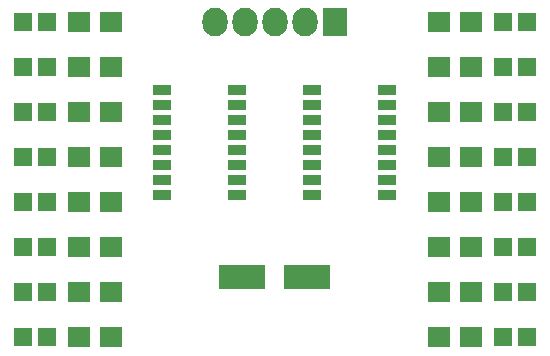
<source format=gbr>
G04 #@! TF.FileFunction,Soldermask,Top*
%FSLAX46Y46*%
G04 Gerber Fmt 4.6, Leading zero omitted, Abs format (unit mm)*
G04 Created by KiCad (PCBNEW 4.0.1-stable) date 2016 January 27, Wednesday 21:53:49*
%MOMM*%
G01*
G04 APERTURE LIST*
%ADD10C,0.100000*%
%ADD11R,3.999180X2.000200*%
%ADD12R,1.598880X1.598880*%
%ADD13R,2.127200X2.432000*%
%ADD14O,2.127200X2.432000*%
%ADD15R,1.900000X1.700000*%
%ADD16R,1.543000X0.908000*%
G04 APERTURE END LIST*
D10*
D11*
X114510820Y-72390000D03*
X109009180Y-72390000D03*
D12*
X92489020Y-50800000D03*
X90390980Y-50800000D03*
X92489020Y-54610000D03*
X90390980Y-54610000D03*
X92489020Y-58420000D03*
X90390980Y-58420000D03*
X92489020Y-62230000D03*
X90390980Y-62230000D03*
X92489020Y-66040000D03*
X90390980Y-66040000D03*
X92489020Y-69850000D03*
X90390980Y-69850000D03*
X92489020Y-73660000D03*
X90390980Y-73660000D03*
X92489020Y-77470000D03*
X90390980Y-77470000D03*
X131030980Y-77470000D03*
X133129020Y-77470000D03*
X131030980Y-73660000D03*
X133129020Y-73660000D03*
X131030980Y-69850000D03*
X133129020Y-69850000D03*
X131030980Y-66040000D03*
X133129020Y-66040000D03*
X131030980Y-62230000D03*
X133129020Y-62230000D03*
X131030980Y-58420000D03*
X133129020Y-58420000D03*
X131030980Y-54610000D03*
X133129020Y-54610000D03*
X131030980Y-50800000D03*
X133129020Y-50800000D03*
D13*
X116840000Y-50800000D03*
D14*
X114300000Y-50800000D03*
X111760000Y-50800000D03*
X109220000Y-50800000D03*
X106680000Y-50800000D03*
D15*
X95170000Y-50800000D03*
X97870000Y-50800000D03*
X95170000Y-54610000D03*
X97870000Y-54610000D03*
X95170000Y-58420000D03*
X97870000Y-58420000D03*
X95170000Y-62230000D03*
X97870000Y-62230000D03*
X95170000Y-66040000D03*
X97870000Y-66040000D03*
X95170000Y-69850000D03*
X97870000Y-69850000D03*
X95170000Y-73660000D03*
X97870000Y-73660000D03*
X95170000Y-77470000D03*
X97870000Y-77470000D03*
X128350000Y-77470000D03*
X125650000Y-77470000D03*
X128350000Y-73660000D03*
X125650000Y-73660000D03*
X128350000Y-69850000D03*
X125650000Y-69850000D03*
X128350000Y-66040000D03*
X125650000Y-66040000D03*
X128350000Y-62230000D03*
X125650000Y-62230000D03*
X128350000Y-58420000D03*
X125650000Y-58420000D03*
X128350000Y-54610000D03*
X125650000Y-54610000D03*
X128350000Y-50800000D03*
X125650000Y-50800000D03*
D16*
X108585000Y-56515000D03*
X108585000Y-59055000D03*
X108585000Y-60325000D03*
X108585000Y-61595000D03*
X108585000Y-62865000D03*
X108585000Y-64135000D03*
X108585000Y-65405000D03*
X102235000Y-65405000D03*
X102235000Y-64135000D03*
X102235000Y-62865000D03*
X102235000Y-61595000D03*
X102235000Y-60325000D03*
X102235000Y-59055000D03*
X102235000Y-57785000D03*
X102235000Y-56515000D03*
X108585000Y-57785000D03*
X114935000Y-65405000D03*
X114935000Y-62865000D03*
X114935000Y-61595000D03*
X114935000Y-60325000D03*
X114935000Y-59055000D03*
X114935000Y-57785000D03*
X114935000Y-56515000D03*
X121285000Y-56515000D03*
X121285000Y-57785000D03*
X121285000Y-59055000D03*
X121285000Y-60325000D03*
X121285000Y-61595000D03*
X121285000Y-62865000D03*
X121285000Y-64135000D03*
X121285000Y-65405000D03*
X114935000Y-64135000D03*
M02*

</source>
